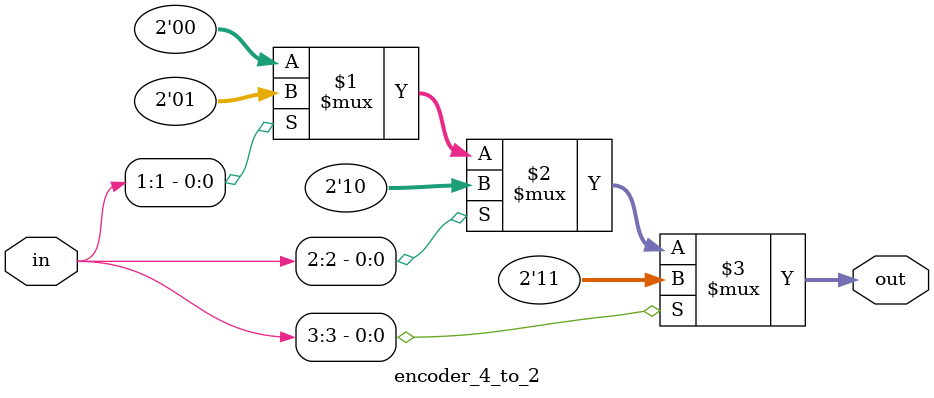
<source format=v>
`timescale 1ns / 1ps
module encoder_4_to_2 (
    input wire [3:0] in,   // 4 input lines
    output wire [1:0] out  // 2 output lines
);

    assign out = (in[3] ? 2'b11 :
                  in[2] ? 2'b10 :
                  in[1] ? 2'b01 :
                  2'b00);

endmodule

</source>
